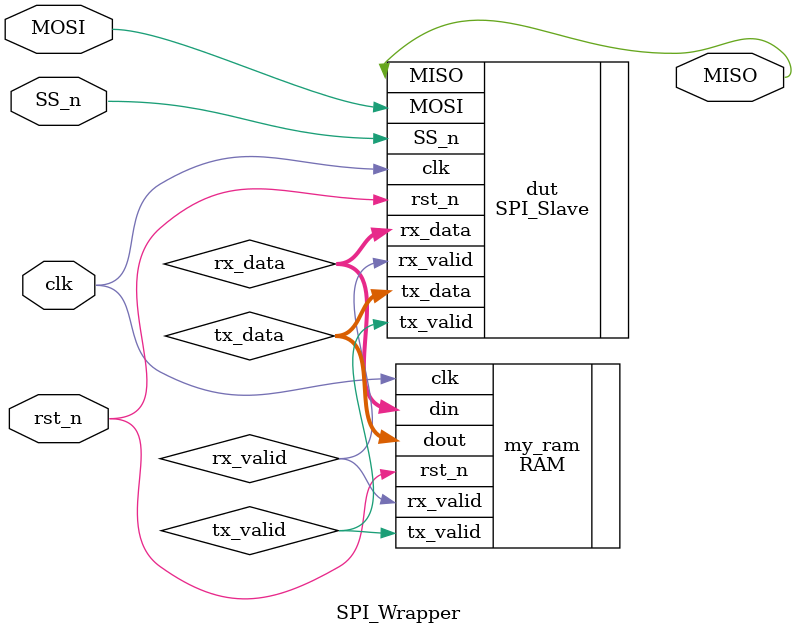
<source format=v>
module SPI_Wrapper (
    clk,rst_n,MOSI,MISO,SS_n
);

    parameter IDLE = 3'b000;
    parameter CHK_CMD = 3'b001;
    parameter WRITE = 3'b010;
    parameter READ_ADD = 3'b011;
    parameter READ_DATA = 3'b100;

    input clk,rst_n,MOSI,SS_n;
    output MISO;

    wire [9:0] rx_data; // Data sent to RAM
    wire rx_valid;

    wire [7:0] tx_data; // Data received from RAM
    wire tx_valid;

    // SPI Slave instantiation
    SPI_Slave #(.IDLE(IDLE),.CHK_CMD(CHK_CMD),.WRITE(WRITE),.READ_ADD(READ_ADD),.READ_DATA(READ_DATA))
                dut (.clk(clk),.rst_n(rst_n),.MOSI(MOSI),.MISO(MISO),.SS_n(SS_n),.rx_data(rx_data),.rx_valid(rx_valid),.tx_data(tx_data),.tx_valid(tx_valid));

    // RAM instantiation
    RAM my_ram (.din(rx_data),.clk(clk),.rst_n(rst_n),.rx_valid(rx_valid),.dout(tx_data),.tx_valid(tx_valid));

endmodule

</source>
